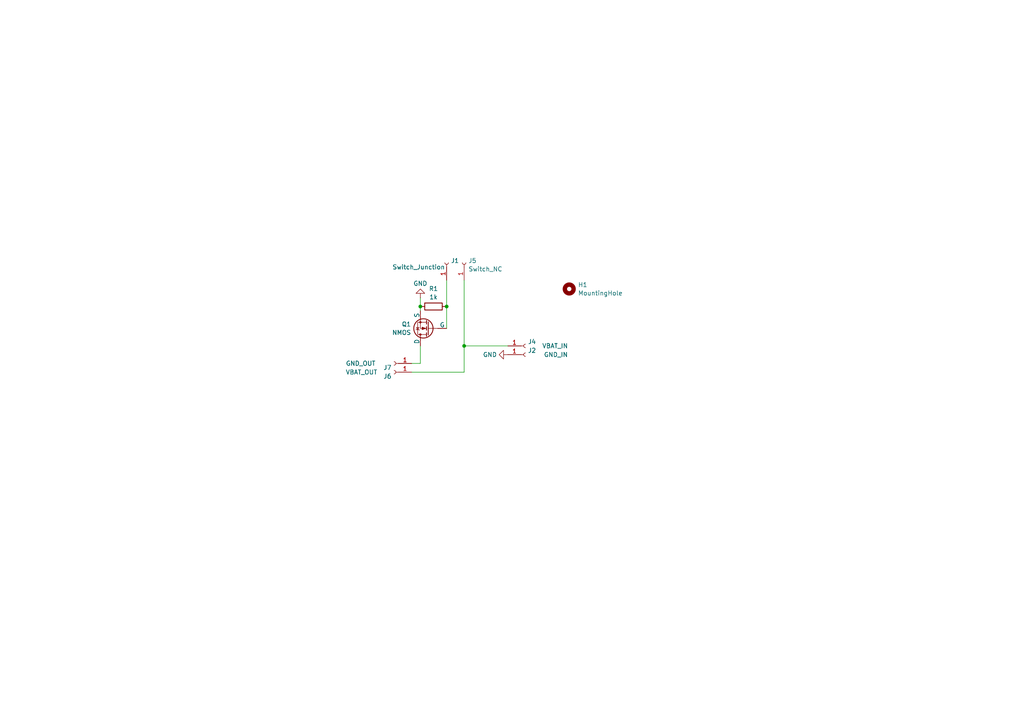
<source format=kicad_sch>
(kicad_sch (version 20231120) (generator "eeschema") (generator_version "8.0")
  (paper "A4")
  (lib_symbols
    (symbol "Connector:Conn_01x01_Socket" (pin_names (offset 1.016) hide)
      (property "Reference" "J" (at 0 2.54 0))
      (property "Value" "Conn_01x01_Socket" (at 0 -2.54 0))
      (symbol "Conn_01x01_Socket_1_1"
        (polyline (pts (xy -1.27 0) (xy -0.508 0)) (stroke (width 0.1524)))
        (arc (start 0 0.508) (mid -0.5058 0) (end 0 -0.508) (stroke (width 0.1524)))
        (pin passive line (at -5.08 0 0) (length 3.81) (name "Pin_1") (number "1"))
      )
    )
    (symbol "Device:R" (pin_numbers hide) (pin_names (offset 0))
      (property "Reference" "R" (at 2.032 0 90))
      (property "Value" "R" (at 0 0 90))
      (symbol "R_0_1"
        (rectangle (start -1.016 -2.54) (end 1.016 2.54) (stroke (width 0.254)))
      )
      (symbol "R_1_1"
        (pin passive line (at 0 3.81 270) (length 1.27) (name "~") (number "1"))
        (pin passive line (at 0 -3.81 90) (length 1.27) (name "~") (number "2"))
      )
    )
    (symbol "Mechanical:MountingHole" (pin_names (offset 1.016)) (exclude_from_sim yes) (in_bom no)
      (property "Reference" "H" (at 0 5.08 0))
      (property "Value" "MountingHole" (at 0 3.175 0))
      (symbol "MountingHole_0_1"
        (circle (center 0 0) (radius 1.27) (stroke (width 1.27)))
      )
    )
    (symbol "Simulation_SPICE:NMOS" (pin_numbers hide) (pin_names (offset 0))
      (property "Reference" "Q1" (at 5.2069 -1.2122 0))
      (property "Value" "NMOS" (at 5.2069 1.2121 0))
      (symbol "NMOS_0_1"
        (polyline (pts (xy 0.254 0) (xy -2.54 0)))
        (polyline (pts (xy 0.254 1.905) (xy 0.254 -1.905)) (stroke (width 0.254)))
        (polyline (pts (xy 0.762 -1.27) (xy 0.762 -2.286)) (stroke (width 0.254)))
        (polyline (pts (xy 0.762 0.508) (xy 0.762 -0.508)) (stroke (width 0.254)))
        (polyline (pts (xy 0.762 2.286) (xy 0.762 1.27)) (stroke (width 0.254)))
        (polyline (pts (xy 2.54 2.54) (xy 2.54 1.778)))
        (polyline (pts (xy 2.54 -2.54) (xy 2.54 0) (xy 0.762 0)))
        (polyline (pts (xy 0.762 -1.778) (xy 3.302 -1.778) (xy 3.302 1.778) (xy 0.762 1.778)))
        (polyline (pts (xy 1.016 0) (xy 2.032 0.381) (xy 2.032 -0.381) (xy 1.016 0)) (fill (type outline)))
        (polyline (pts (xy 2.794 0.508) (xy 2.921 0.381) (xy 3.683 0.381) (xy 3.81 0.254)))
        (polyline (pts (xy 3.302 0.381) (xy 2.921 -0.254) (xy 3.683 -0.254) (xy 3.302 0.381)))
        (circle (center 1.651 0) (radius 2.794) (stroke (width 0.254)))
        (circle (center 2.54 -1.778) (radius 0.254) (fill (type outline)))
        (circle (center 2.54 1.778) (radius 0.254) (fill (type outline)))
      )
      (symbol "NMOS_1_1"
        (pin input line (at -5.08 0 0) (length 2.54) (name "G") (number "1"))
        (pin passive line (at 2.54 5.08 270) (length 2.54) (name "D") (number "2"))
        (pin passive line (at 2.54 -5.08 90) (length 2.54) (name "S") (number "3"))
      )
    )
    (symbol "power:GND" (power) (pin_numbers hide) (pin_names (offset 0) hide)
      (property "Value" "GND" (at 0 -3.81 0))
      (symbol "GND_0_1"
        (polyline (pts (xy 0 0) (xy 0 -1.27) (xy 1.27 -1.27) (xy 0 -2.54) (xy -1.27 -1.27) (xy 0 -1.27)))
      )
      (symbol "GND_1_1"
        (pin power_in line (at 0 0 270) (length 0) (name "~") (number "1"))
      )
    )
  )
  (junction (at 134.62 100.33))
  (junction (at 121.92 88.9))
  (junction (at 129.54 88.9))
  (wire (pts (xy 134.62 107.95) (xy 134.62 100.33)))
  (wire (pts (xy 121.92 100.33) (xy 121.92 105.41)))
  (wire (pts (xy 134.62 100.33) (xy 147.32 100.33)))
  (wire (pts (xy 119.38 107.95) (xy 134.62 107.95)))
  (wire (pts (xy 134.62 81.28) (xy 134.62 100.33)))
  (wire (pts (xy 129.54 88.9) (xy 129.54 95.25)))
  (wire (pts (xy 121.92 105.41) (xy 119.38 105.41)))
  (wire (pts (xy 129.54 81.28) (xy 129.54 88.9)))
  (wire (pts (xy 121.92 88.9) (xy 121.92 90.17)))
  (wire (pts (xy 121.92 86.36) (xy 121.92 88.9)))
  (symbol (lib_id "Connector:Conn_01x01_Socket") (at 114.3 105.41 180) (unit 1)
    (property "Reference" "J7" (at 113.5888 106.6222 0) (effects (justify left)))
    (property "Value" "GND_OUT" (at 108.966 105.41 0) (effects (justify left)))
    (property "Footprint" "TestPoint:TestPoint_Pad_4.0x4.0mm" (effects (hide yes)))
    (property "Description" "Generic connector, single row, 01x01, script generated" (effects (hide yes)))
  )
  (symbol (lib_id "Mechanical:MountingHole") (at 165.1 83.82 0) (unit 1) (exclude_from_sim yes) (in_bom no)
    (property "Reference" "H1" (at 167.64 82.6078 0) (effects (justify left)))
    (property "Value" "MountingHole" (at 167.64 85.0321 0) (effects (justify left)))
    (property "Footprint" "MountingHole:MountingHole_2.2mm_M2" (effects (hide yes)))
    (property "Description" "Mounting Hole without connection" (effects (hide yes)))
  )
  (symbol (lib_id "Connector:Conn_01x01_Socket") (at 114.3 107.95 180) (unit 1)
    (property "Reference" "J6" (at 113.5888 109.1622 0) (effects (justify left)))
    (property "Value" "VBAT_OUT" (at 109.474 107.95 0) (effects (justify left)))
    (property "Footprint" "TestPoint:TestPoint_Pad_4.0x4.0mm" (effects (hide yes)))
    (property "Description" "Generic connector, single row, 01x01, script generated" (effects (hide yes)))
  )
  (symbol (lib_id "power:GND") (at 147.32 102.87 270) (unit 1)
    (property "Reference" "#PWR01" (effects (hide yes)))
    (property "Value" "GND" (at 144.1451 102.87 90) (effects (justify right)))
    (property "Description" "Power symbol creates a global label with name \"GND\" , ground" (effects (hide yes)))
  )
  (symbol (lib_id "power:GND") (at 121.92 86.36 180) (unit 1)
    (property "Reference" "#PWR02" (effects (hide yes)))
    (property "Value" "GND" (at 121.92 82.2269 0))
    (property "Description" "Power symbol creates a global label with name \"GND\" , ground" (effects (hide yes)))
  )
  (symbol (lib_id "Device:R") (at 125.73 88.9 270) (unit 1)
    (property "Reference" "R1" (at 125.73 83.7395 90))
    (property "Value" "1k" (at 125.73 86.1638 90))
    (property "Footprint" "Resistor_THT:R_Axial_DIN0204_L3.6mm_D1.6mm_P5.08mm_Horizontal" (effects (hide yes)))
    (property "Description" "Resistor" (effects (hide yes)))
  )
  (symbol (lib_id "Simulation_SPICE:NMOS") (at 124.46 95.25 180) (unit 1)
    (property "Reference" "Q1" (at 119.2531 94.0378 0) (effects (justify left)))
    (property "Value" "NMOS" (at 119.2531 96.4621 0) (effects (justify left)))
    (property "Footprint" "Package_TO_SOT_THT:TO-220-3_Horizontal_TabDown" (effects (hide yes)))
    (property "Datasheet" "https://ngspice.sourceforge.io/docs/ngspice-html-manual/manual.xhtml#cha_MOSFETs" (effects (hide yes)))
    (property "Description" "N-MOSFET transistor, drain/source/gate" (effects (hide yes)))
    (property "Sim.Device" "NMOS" (effects (hide yes)))
    (property "Sim.Type" "VDMOS" (effects (hide yes)))
    (property "Sim.Pins" "1=D 2=G 3=S" (effects (hide yes)))
  )
  (symbol (lib_id "Connector:Conn_01x01_Socket") (at 152.4 102.87 0) (unit 1)
    (property "Reference" "J2" (at 153.1112 101.6578 0) (effects (justify left)))
    (property "Value" "GND_IN" (at 157.734 102.87 0) (effects (justify left)))
    (property "Footprint" "TestPoint:TestPoint_Pad_4.0x4.0mm" (effects (hide yes)))
    (property "Description" "Generic connector, single row, 01x01, script generated" (effects (hide yes)))
  )
  (symbol (lib_id "Connector:Conn_01x01_Socket") (at 129.54 76.2 90) (unit 1)
    (property "Reference" "J1" (at 130.7592 75.6228 90) (effects (justify right)))
    (property "Value" "Switch_Junction" (at 113.792 77.47 90) (effects (justify right)))
    (property "Footprint" "TestPoint:TestPoint_Pad_2.5x2.5mm" (effects (hide yes)))
    (property "Description" "Generic connector, single row, 01x01, script generated" (effects (hide yes)))
  )
  (symbol (lib_id "Connector:Conn_01x01_Socket") (at 152.4 100.33 0) (unit 1)
    (property "Reference" "J4" (at 153.1112 99.1178 0) (effects (justify left)))
    (property "Value" "VBAT_IN" (at 157.226 100.33 0) (effects (justify left)))
    (property "Footprint" "TestPoint:TestPoint_Pad_4.0x4.0mm" (effects (hide yes)))
    (property "Description" "Generic connector, single row, 01x01, script generated" (effects (hide yes)))
  )
  (symbol (lib_id "Connector:Conn_01x01_Socket") (at 134.62 76.2 90) (unit 1)
    (property "Reference" "J5" (at 135.8392 75.6228 90) (effects (justify right)))
    (property "Value" "Switch_NC" (at 135.8392 78.0471 90) (effects (justify right)))
    (property "Footprint" "TestPoint:TestPoint_Pad_2.5x2.5mm" (effects (hide yes)))
    (property "Description" "Generic connector, single row, 01x01, script generated" (effects (hide yes)))
  )
)
</source>
